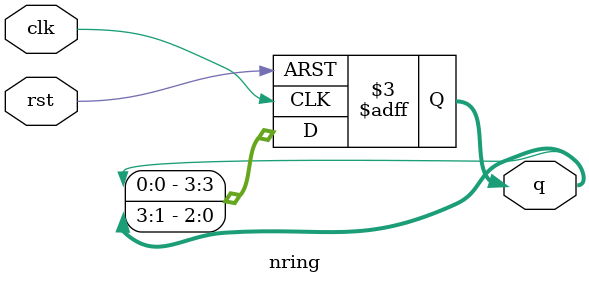
<source format=v>
module nring //#(parameter n=4)
(
input clk,rst,
output reg [3:0]q);
always @(posedge clk, posedge rst)
if (rst==1)
q<= 4'd8;
else
begin
q[3]<=q[0];
q[2]<=q[3];
q[1]<=q[2];
q[0]<=q[1];
end
endmodule


</source>
